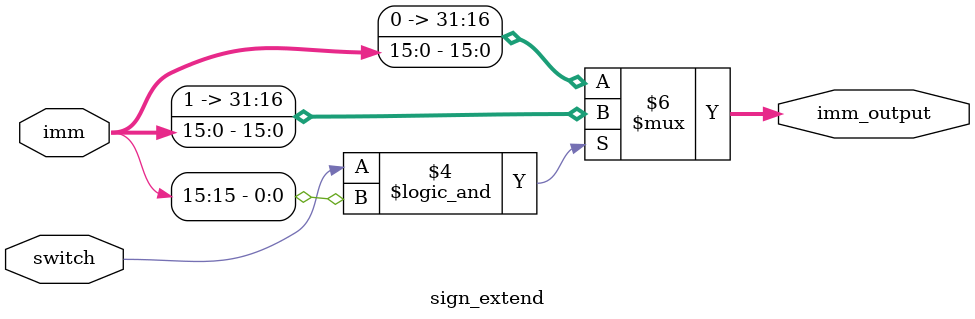
<source format=v>
`timescale 1ns / 1ps


module sign_extend(
    input switch,
    input [15:0] imm,
    output reg [31:0] imm_output
    );
    
    always @(*)
        if(switch == 1'b1 && imm[15] == 1'b1)
            imm_output = {16'b1111111111111111, imm};
        else
            imm_output = {16'b0000000000000000, imm};
   
endmodule

</source>
